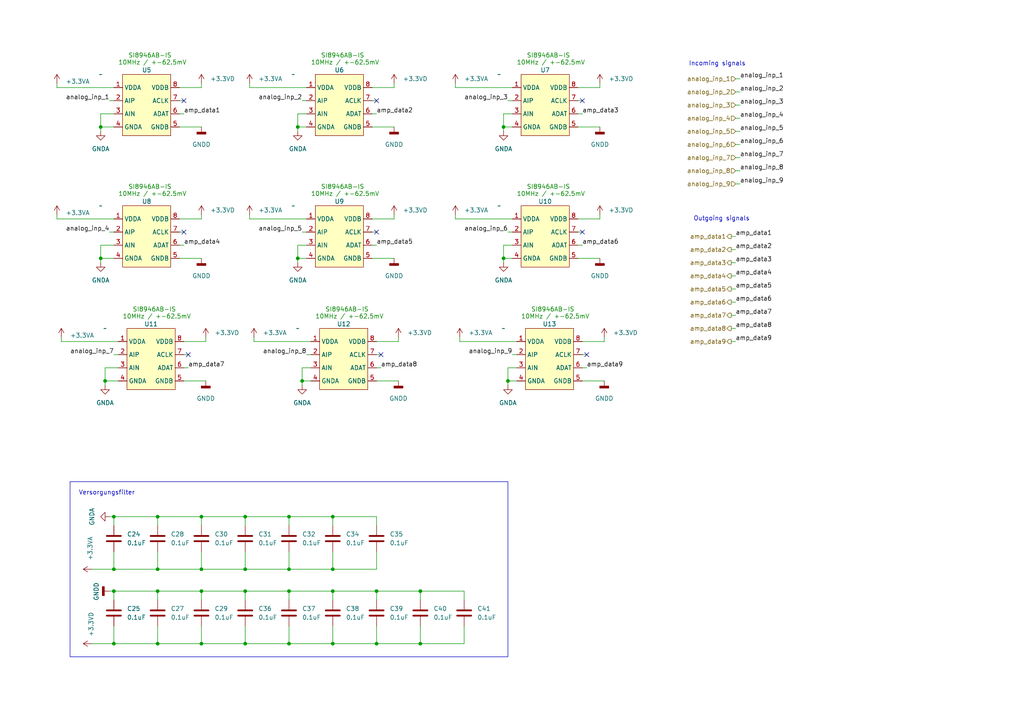
<source format=kicad_sch>
(kicad_sch (version 20231120) (generator "eeschema") (generator_version "8.0")
  (paper "A4")
  (lib_symbols
    (symbol "Device:C" (pin_numbers hide) (pin_names (offset 0.254))
      (property "Reference" "C" (at 0.635 2.54 0))
      (property "Value" "C" (at 0.635 -2.54 0))
      (symbol "C_0_1"
        (polyline (pts (xy -2.032 -0.762) (xy 2.032 -0.762)) (stroke (width 0.508)))
        (polyline (pts (xy -2.032 0.762) (xy 2.032 0.762)) (stroke (width 0.508)))
      )
      (symbol "C_1_1"
        (pin passive line (at 0 3.81 270) (length 2.794) (name "~") (number "1"))
        (pin passive line (at 0 -3.81 90) (length 2.794) (name "~") (number "2"))
      )
    )
    (symbol "Si8941:_Si8941"
      (property "Reference" "U3" (at 0.635 7.62 0))
      (property "Value" "~" (at -12.7 6.35 0))
      (symbol "_Si8941_1_1"
        (rectangle (start -6.35 6.35) (end 7.62 -11.43) (fill (type background)))
        (pin power_in line (at -8.89 2.54 0) (length 2.54) (name "VDDA") (number "1"))
        (pin input line (at -8.89 -1.27 0) (length 2.54) (name "AIP") (number "2"))
        (pin input line (at -8.89 -5.08 0) (length 2.54) (name "AIN") (number "3"))
        (pin passive line (at -8.89 -8.89 0) (length 2.54) (name "GNDA") (number "4"))
        (pin passive line (at 10.16 -8.89 180) (length 2.54) (name "GNDB") (number "5"))
        (pin output line (at 10.16 -5.08 180) (length 2.54) (name "ADAT") (number "6"))
        (pin output line (at 10.16 -1.27 180) (length 2.54) (name "ACLK") (number "7"))
        (pin power_in line (at 10.16 2.54 180) (length 2.54) (name "VDDB") (number "8"))
      )
    )
    (symbol "_Si8941_1"
      (property "Reference" "U1" (at 0.635 7.62 0))
      (property "Value" "~" (at -12.7 6.35 0))
      (symbol "_Si8941_1_1_1"
        (rectangle (start -6.35 6.35) (end 7.62 -11.43) (fill (type background)))
        (pin power_in line (at -8.89 2.54 0) (length 2.54) (name "VDDA") (number "1"))
        (pin input line (at -8.89 -1.27 0) (length 2.54) (name "AIP") (number "2"))
        (pin input line (at -8.89 -5.08 0) (length 2.54) (name "AIN") (number "3"))
        (pin passive line (at -8.89 -8.89 0) (length 2.54) (name "GNDA") (number "4"))
        (pin passive line (at 10.16 -8.89 180) (length 2.54) (name "GNDB") (number "5"))
        (pin output line (at 10.16 -5.08 180) (length 2.54) (name "ADAT") (number "6"))
        (pin output line (at 10.16 -1.27 180) (length 2.54) (name "ACLK") (number "7"))
        (pin power_in line (at 10.16 2.54 180) (length 2.54) (name "VDDB") (number "8"))
      )
    )
    (symbol "_Si8941_2"
      (property "Reference" "U2" (at 0.635 7.62 0))
      (property "Value" "~" (at -12.7 6.35 0))
      (symbol "_Si8941_2_1_1"
        (rectangle (start -6.35 6.35) (end 7.62 -11.43) (fill (type background)))
        (pin power_in line (at -8.89 2.54 0) (length 2.54) (name "VDDA") (number "1"))
        (pin input line (at -8.89 -1.27 0) (length 2.54) (name "AIP") (number "2"))
        (pin input line (at -8.89 -5.08 0) (length 2.54) (name "AIN") (number "3"))
        (pin passive line (at -8.89 -8.89 0) (length 2.54) (name "GNDA") (number "4"))
        (pin passive line (at 10.16 -8.89 180) (length 2.54) (name "GNDB") (number "5"))
        (pin output line (at 10.16 -5.08 180) (length 2.54) (name "ADAT") (number "6"))
        (pin output line (at 10.16 -1.27 180) (length 2.54) (name "ACLK") (number "7"))
        (pin power_in line (at 10.16 2.54 180) (length 2.54) (name "VDDB") (number "8"))
      )
    )
    (symbol "power:+3.3V" (power) (pin_names (offset 0))
      (property "Value" "+3.3V" (at 0 3.556 0))
      (symbol "+3.3V_0_1"
        (polyline (pts (xy -0.762 1.27) (xy 0 2.54)))
        (polyline (pts (xy 0 0) (xy 0 2.54)))
        (polyline (pts (xy 0 2.54) (xy 0.762 1.27)))
      )
      (symbol "+3.3V_1_1"
        (pin power_in line (at 0 0 90) (length 0) hide (name "+3.3V") (number "1"))
      )
    )
    (symbol "power:+3.3VA" (power) (pin_names (offset 0))
      (property "Value" "+3.3VA" (at 0 3.556 0))
      (symbol "+3.3VA_0_1"
        (polyline (pts (xy -0.762 1.27) (xy 0 2.54)))
        (polyline (pts (xy 0 0) (xy 0 2.54)))
        (polyline (pts (xy 0 2.54) (xy 0.762 1.27)))
      )
      (symbol "+3.3VA_1_1"
        (pin power_in line (at 0 0 90) (length 0) hide (name "+3.3VA") (number "1"))
      )
    )
    (symbol "power:GNDA" (power) (pin_names (offset 0))
      (property "Value" "GNDA" (at 0 -3.81 0))
      (symbol "GNDA_0_1"
        (polyline (pts (xy 0 0) (xy 0 -1.27) (xy 1.27 -1.27) (xy 0 -2.54) (xy -1.27 -1.27) (xy 0 -1.27)))
      )
      (symbol "GNDA_1_1"
        (pin power_in line (at 0 0 270) (length 0) hide (name "GNDA") (number "1"))
      )
    )
    (symbol "power:GNDD" (power) (pin_names (offset 0))
      (property "Value" "GNDD" (at 0 -3.175 0))
      (symbol "GNDD_0_1"
        (rectangle (start -1.27 -1.524) (end 1.27 -2.032) (stroke (width 0.254)) (fill (type outline)))
        (polyline (pts (xy 0 0) (xy 0 -1.524)))
      )
      (symbol "GNDD_1_1"
        (pin power_in line (at 0 0 270) (length 0) hide (name "GNDD") (number "1"))
      )
    )
  )
  (junction (at 45.72 149.86))
  (junction (at 109.22 186.69))
  (junction (at 71.12 186.69))
  (junction (at 45.72 171.45))
  (junction (at 83.82 171.45))
  (junction (at 87.63 110.49))
  (junction (at 121.92 186.69))
  (junction (at 96.52 149.86))
  (junction (at 29.21 36.83))
  (junction (at 58.42 149.86))
  (junction (at 83.82 186.69))
  (junction (at 86.36 36.83))
  (junction (at 45.72 165.1))
  (junction (at 83.82 149.86))
  (junction (at 96.52 186.69))
  (junction (at 146.05 36.83))
  (junction (at 86.36 74.93))
  (junction (at 109.22 171.45))
  (junction (at 96.52 171.45))
  (junction (at 33.02 149.86))
  (junction (at 96.52 165.1))
  (junction (at 147.32 110.49))
  (junction (at 33.02 171.45))
  (junction (at 33.02 186.69))
  (junction (at 121.92 171.45))
  (junction (at 58.42 165.1))
  (junction (at 146.05 74.93))
  (junction (at 33.02 165.1))
  (junction (at 29.21 74.93))
  (junction (at 58.42 171.45))
  (junction (at 45.72 186.69))
  (junction (at 71.12 171.45))
  (junction (at 58.42 186.69))
  (junction (at 71.12 149.86))
  (junction (at 30.48 110.49))
  (junction (at 83.82 165.1))
  (junction (at 71.12 165.1))
  (no_connect (at 109.22 67.31))
  (no_connect (at 53.34 67.31))
  (no_connect (at 170.18 102.87))
  (no_connect (at 168.91 29.21))
  (no_connect (at 54.61 102.87))
  (no_connect (at 109.22 29.21))
  (no_connect (at 53.34 29.21))
  (no_connect (at 168.91 67.31))
  (no_connect (at 110.49 102.87))
  (wire (pts (xy 213.36 45.72) (xy 214.63 45.72)))
  (wire (pts (xy 71.12 149.86) (xy 83.82 149.86)))
  (wire (pts (xy 33.02 149.86) (xy 33.02 152.4)))
  (wire (pts (xy 58.42 149.86) (xy 58.42 152.4)))
  (wire (pts (xy 107.95 25.4) (xy 114.3 25.4)))
  (wire (pts (xy 213.36 41.91) (xy 214.63 41.91)))
  (wire (pts (xy 72.39 62.23) (xy 72.39 63.5)))
  (wire (pts (xy 109.22 186.69) (xy 109.22 181.61)))
  (wire (pts (xy 96.52 186.69) (xy 109.22 186.69)))
  (wire (pts (xy 83.82 149.86) (xy 96.52 149.86)))
  (wire (pts (xy 86.36 36.83) (xy 86.36 38.1)))
  (wire (pts (xy 16.51 63.5) (xy 33.02 63.5)))
  (wire (pts (xy 45.72 165.1) (xy 45.72 160.02)))
  (wire (pts (xy 29.21 36.83) (xy 29.21 38.1)))
  (wire (pts (xy 83.82 186.69) (xy 96.52 186.69)))
  (wire (pts (xy 109.22 186.69) (xy 121.92 186.69)))
  (wire (pts (xy 16.51 62.23) (xy 16.51 63.5)))
  (wire (pts (xy 212.09 68.58) (xy 213.36 68.58)))
  (wire (pts (xy 45.72 186.69) (xy 58.42 186.69)))
  (wire (pts (xy 148.59 71.12) (xy 146.05 71.12)))
  (wire (pts (xy 83.82 171.45) (xy 96.52 171.45)))
  (wire (pts (xy 58.42 149.86) (xy 71.12 149.86)))
  (wire (pts (xy 109.22 171.45) (xy 109.22 173.99)))
  (wire (pts (xy 167.64 33.02) (xy 168.91 33.02)))
  (wire (pts (xy 71.12 171.45) (xy 71.12 173.99)))
  (wire (pts (xy 88.9 71.12) (xy 86.36 71.12)))
  (wire (pts (xy 52.07 36.83) (xy 58.42 36.83)))
  (wire (pts (xy 86.36 74.93) (xy 86.36 76.2)))
  (wire (pts (xy 167.64 36.83) (xy 173.99 36.83)))
  (wire (pts (xy 149.86 106.68) (xy 147.32 106.68)))
  (wire (pts (xy 146.05 33.02) (xy 146.05 36.83)))
  (wire (pts (xy 58.42 171.45) (xy 71.12 171.45)))
  (wire (pts (xy 45.72 171.45) (xy 45.72 173.99)))
  (wire (pts (xy 30.48 106.68) (xy 30.48 110.49)))
  (wire (pts (xy 58.42 186.69) (xy 71.12 186.69)))
  (wire (pts (xy 148.59 102.87) (xy 149.86 102.87)))
  (wire (pts (xy 30.48 110.49) (xy 34.29 110.49)))
  (wire (pts (xy 16.51 24.13) (xy 16.51 25.4)))
  (wire (pts (xy 88.9 102.87) (xy 90.17 102.87)))
  (wire (pts (xy 53.34 110.49) (xy 59.69 110.49)))
  (wire (pts (xy 107.95 36.83) (xy 114.3 36.83)))
  (wire (pts (xy 73.66 99.06) (xy 90.17 99.06)))
  (wire (pts (xy 132.08 24.13) (xy 132.08 25.4)))
  (wire (pts (xy 109.22 106.68) (xy 110.49 106.68)))
  (wire (pts (xy 168.91 102.87) (xy 170.18 102.87)))
  (wire (pts (xy 72.39 24.13) (xy 72.39 25.4)))
  (wire (pts (xy 52.07 67.31) (xy 53.34 67.31)))
  (wire (pts (xy 33.02 102.87) (xy 34.29 102.87)))
  (wire (pts (xy 87.63 110.49) (xy 87.63 111.76)))
  (wire (pts (xy 83.82 165.1) (xy 96.52 165.1)))
  (wire (pts (xy 86.36 36.83) (xy 88.9 36.83)))
  (wire (pts (xy 86.36 74.93) (xy 88.9 74.93)))
  (wire (pts (xy 114.3 62.23) (xy 114.3 63.5)))
  (wire (pts (xy 30.48 110.49) (xy 30.48 111.76)))
  (wire (pts (xy 52.07 25.4) (xy 58.42 25.4)))
  (wire (pts (xy 96.52 171.45) (xy 109.22 171.45)))
  (wire (pts (xy 87.63 106.68) (xy 87.63 110.49)))
  (wire (pts (xy 96.52 165.1) (xy 96.52 160.02)))
  (wire (pts (xy 83.82 165.1) (xy 83.82 160.02)))
  (wire (pts (xy 213.36 34.29) (xy 214.63 34.29)))
  (wire (pts (xy 33.02 71.12) (xy 29.21 71.12)))
  (wire (pts (xy 53.34 106.68) (xy 54.61 106.68)))
  (wire (pts (xy 53.34 102.87) (xy 54.61 102.87)))
  (wire (pts (xy 26.67 186.69) (xy 33.02 186.69)))
  (wire (pts (xy 213.36 26.67) (xy 214.63 26.67)))
  (wire (pts (xy 52.07 71.12) (xy 53.34 71.12)))
  (wire (pts (xy 132.08 62.23) (xy 132.08 63.5)))
  (wire (pts (xy 96.52 149.86) (xy 96.52 152.4)))
  (wire (pts (xy 109.22 165.1) (xy 109.22 160.02)))
  (wire (pts (xy 114.3 24.13) (xy 114.3 25.4)))
  (wire (pts (xy 107.95 33.02) (xy 109.22 33.02)))
  (wire (pts (xy 147.32 110.49) (xy 149.86 110.49)))
  (wire (pts (xy 33.02 149.86) (xy 31.75 149.86)))
  (wire (pts (xy 121.92 186.69) (xy 134.62 186.69)))
  (wire (pts (xy 17.78 99.06) (xy 34.29 99.06)))
  (wire (pts (xy 45.72 149.86) (xy 58.42 149.86)))
  (wire (pts (xy 168.91 99.06) (xy 175.26 99.06)))
  (wire (pts (xy 45.72 165.1) (xy 58.42 165.1)))
  (wire (pts (xy 45.72 186.69) (xy 45.72 181.61)))
  (wire (pts (xy 175.26 97.79) (xy 175.26 99.06)))
  (wire (pts (xy 58.42 165.1) (xy 58.42 160.02)))
  (wire (pts (xy 17.78 97.79) (xy 17.78 99.06)))
  (wire (pts (xy 173.99 24.13) (xy 173.99 25.4)))
  (wire (pts (xy 96.52 171.45) (xy 96.52 173.99)))
  (wire (pts (xy 33.02 171.45) (xy 33.02 173.99)))
  (wire (pts (xy 83.82 149.86) (xy 83.82 152.4)))
  (wire (pts (xy 33.02 171.45) (xy 31.75 171.45)))
  (wire (pts (xy 173.99 62.23) (xy 173.99 63.5)))
  (wire (pts (xy 33.02 165.1) (xy 45.72 165.1)))
  (wire (pts (xy 52.07 33.02) (xy 53.34 33.02)))
  (wire (pts (xy 33.02 171.45) (xy 45.72 171.45)))
  (wire (pts (xy 132.08 25.4) (xy 148.59 25.4)))
  (wire (pts (xy 107.95 71.12) (xy 109.22 71.12)))
  (wire (pts (xy 212.09 91.44) (xy 213.36 91.44)))
  (wire (pts (xy 213.36 49.53) (xy 214.63 49.53)))
  (wire (pts (xy 133.35 99.06) (xy 149.86 99.06)))
  (wire (pts (xy 121.92 171.45) (xy 134.62 171.45)))
  (wire (pts (xy 72.39 63.5) (xy 88.9 63.5)))
  (wire (pts (xy 148.59 33.02) (xy 146.05 33.02)))
  (wire (pts (xy 33.02 149.86) (xy 45.72 149.86)))
  (wire (pts (xy 29.21 74.93) (xy 29.21 76.2)))
  (wire (pts (xy 87.63 29.21) (xy 88.9 29.21)))
  (wire (pts (xy 45.72 149.86) (xy 45.72 152.4)))
  (wire (pts (xy 71.12 165.1) (xy 83.82 165.1)))
  (wire (pts (xy 167.64 74.93) (xy 173.99 74.93)))
  (wire (pts (xy 52.07 74.93) (xy 58.42 74.93)))
  (wire (pts (xy 147.32 110.49) (xy 147.32 111.76)))
  (wire (pts (xy 33.02 33.02) (xy 29.21 33.02)))
  (wire (pts (xy 212.09 83.82) (xy 213.36 83.82)))
  (wire (pts (xy 213.36 53.34) (xy 214.63 53.34)))
  (wire (pts (xy 71.12 165.1) (xy 71.12 160.02)))
  (wire (pts (xy 121.92 186.69) (xy 121.92 181.61)))
  (wire (pts (xy 146.05 71.12) (xy 146.05 74.93)))
  (wire (pts (xy 72.39 25.4) (xy 88.9 25.4)))
  (wire (pts (xy 88.9 33.02) (xy 86.36 33.02)))
  (wire (pts (xy 58.42 186.69) (xy 58.42 181.61)))
  (wire (pts (xy 167.64 25.4) (xy 173.99 25.4)))
  (wire (pts (xy 96.52 149.86) (xy 109.22 149.86)))
  (wire (pts (xy 167.64 29.21) (xy 168.91 29.21)))
  (wire (pts (xy 212.09 95.25) (xy 213.36 95.25)))
  (wire (pts (xy 147.32 106.68) (xy 147.32 110.49)))
  (wire (pts (xy 147.32 67.31) (xy 148.59 67.31)))
  (wire (pts (xy 212.09 99.06) (xy 213.36 99.06)))
  (wire (pts (xy 26.67 165.1) (xy 33.02 165.1)))
  (wire (pts (xy 146.05 36.83) (xy 148.59 36.83)))
  (wire (pts (xy 134.62 186.69) (xy 134.62 181.61)))
  (wire (pts (xy 83.82 186.69) (xy 83.82 181.61)))
  (wire (pts (xy 87.63 110.49) (xy 90.17 110.49)))
  (wire (pts (xy 107.95 74.93) (xy 114.3 74.93)))
  (wire (pts (xy 146.05 74.93) (xy 148.59 74.93)))
  (wire (pts (xy 31.75 67.31) (xy 33.02 67.31)))
  (wire (pts (xy 45.72 171.45) (xy 58.42 171.45)))
  (wire (pts (xy 31.75 29.21) (xy 33.02 29.21)))
  (wire (pts (xy 53.34 99.06) (xy 59.69 99.06)))
  (wire (pts (xy 86.36 33.02) (xy 86.36 36.83)))
  (wire (pts (xy 146.05 36.83) (xy 146.05 38.1)))
  (wire (pts (xy 167.64 71.12) (xy 168.91 71.12)))
  (wire (pts (xy 87.63 67.31) (xy 88.9 67.31)))
  (wire (pts (xy 33.02 165.1) (xy 33.02 160.02)))
  (wire (pts (xy 115.57 97.79) (xy 115.57 99.06)))
  (wire (pts (xy 167.64 67.31) (xy 168.91 67.31)))
  (wire (pts (xy 33.02 186.69) (xy 45.72 186.69)))
  (wire (pts (xy 29.21 36.83) (xy 33.02 36.83)))
  (wire (pts (xy 83.82 171.45) (xy 83.82 173.99)))
  (wire (pts (xy 16.51 25.4) (xy 33.02 25.4)))
  (wire (pts (xy 121.92 171.45) (xy 121.92 173.99)))
  (wire (pts (xy 109.22 149.86) (xy 109.22 152.4)))
  (wire (pts (xy 109.22 102.87) (xy 110.49 102.87)))
  (wire (pts (xy 34.29 106.68) (xy 30.48 106.68)))
  (wire (pts (xy 29.21 71.12) (xy 29.21 74.93)))
  (wire (pts (xy 96.52 186.69) (xy 96.52 181.61)))
  (wire (pts (xy 86.36 71.12) (xy 86.36 74.93)))
  (wire (pts (xy 132.08 63.5) (xy 148.59 63.5)))
  (wire (pts (xy 146.05 74.93) (xy 146.05 76.2)))
  (wire (pts (xy 147.32 29.21) (xy 148.59 29.21)))
  (wire (pts (xy 29.21 33.02) (xy 29.21 36.83)))
  (wire (pts (xy 168.91 110.49) (xy 175.26 110.49)))
  (wire (pts (xy 212.09 72.39) (xy 213.36 72.39)))
  (wire (pts (xy 73.66 97.79) (xy 73.66 99.06)))
  (wire (pts (xy 52.07 29.21) (xy 53.34 29.21)))
  (wire (pts (xy 134.62 171.45) (xy 134.62 173.99)))
  (wire (pts (xy 213.36 22.86) (xy 214.63 22.86)))
  (wire (pts (xy 168.91 106.68) (xy 170.18 106.68)))
  (wire (pts (xy 109.22 110.49) (xy 115.57 110.49)))
  (wire (pts (xy 58.42 165.1) (xy 71.12 165.1)))
  (wire (pts (xy 71.12 186.69) (xy 83.82 186.69)))
  (wire (pts (xy 167.64 63.5) (xy 173.99 63.5)))
  (wire (pts (xy 90.17 106.68) (xy 87.63 106.68)))
  (wire (pts (xy 33.02 186.69) (xy 33.02 181.61)))
  (wire (pts (xy 212.09 80.01) (xy 213.36 80.01)))
  (wire (pts (xy 109.22 171.45) (xy 121.92 171.45)))
  (wire (pts (xy 58.42 171.45) (xy 58.42 173.99)))
  (wire (pts (xy 212.09 76.2) (xy 213.36 76.2)))
  (wire (pts (xy 71.12 171.45) (xy 83.82 171.45)))
  (wire (pts (xy 133.35 97.79) (xy 133.35 99.06)))
  (wire (pts (xy 58.42 24.13) (xy 58.42 25.4)))
  (wire (pts (xy 52.07 63.5) (xy 58.42 63.5)))
  (wire (pts (xy 107.95 63.5) (xy 114.3 63.5)))
  (wire (pts (xy 96.52 165.1) (xy 109.22 165.1)))
  (wire (pts (xy 213.36 38.1) (xy 214.63 38.1)))
  (wire (pts (xy 58.42 62.23) (xy 58.42 63.5)))
  (wire (pts (xy 107.95 29.21) (xy 109.22 29.21)))
  (wire (pts (xy 109.22 99.06) (xy 115.57 99.06)))
  (wire (pts (xy 212.09 87.63) (xy 213.36 87.63)))
  (wire (pts (xy 107.95 67.31) (xy 109.22 67.31)))
  (wire (pts (xy 71.12 149.86) (xy 71.12 152.4)))
  (wire (pts (xy 29.21 74.93) (xy 33.02 74.93)))
  (wire (pts (xy 213.36 30.48) (xy 214.63 30.48)))
  (wire (pts (xy 71.12 186.69) (xy 71.12 181.61)))
  (wire (pts (xy 59.69 97.79) (xy 59.69 99.06)))
  (rectangle (start 20.32 139.7) (end 147.32 190.5))
  (text "Incoming signals" (at 208.026 18.542 0) (effects (font (size 1.27 1.27))))
  (text "   SI8946AB-IS\n10MHz / +-62.5mV" (at 90.17 19.05 0) (effects (font (size 1.27 1.27)) (justify left bottom)))
  (text "   SI8946AB-IS\n10MHz / +-62.5mV" (at 90.17 57.15 0) (effects (font (size 1.27 1.27)) (justify left bottom)))
  (text "   SI8946AB-IS\n10MHz / +-62.5mV" (at 149.86 19.05 0) (effects (font (size 1.27 1.27)) (justify left bottom)))
  (text "   SI8946AB-IS\n10MHz / +-62.5mV" (at 35.56 92.71 0) (effects (font (size 1.27 1.27)) (justify left bottom)))
  (text "Versorgungsfilter" (at 30.988 143.002 0) (effects (font (size 1.27 1.27))))
  (text "Outgoing signals\n" (at 209.296 63.5 0) (effects (font (size 1.27 1.27))))
  (text "   SI8946AB-IS\n10MHz / +-62.5mV" (at 91.44 92.71 0) (effects (font (size 1.27 1.27)) (justify left bottom)))
  (text "   SI8946AB-IS\n10MHz / +-62.5mV" (at 34.29 19.05 0) (effects (font (size 1.27 1.27)) (justify left bottom)))
  (text "   SI8946AB-IS\n10MHz / +-62.5mV" (at 151.13 92.71 0) (effects (font (size 1.27 1.27)) (justify left bottom)))
  (text "   SI8946AB-IS\n10MHz / +-62.5mV" (at 34.29 57.15 0) (effects (font (size 1.27 1.27)) (justify left bottom)))
  (text "   SI8946AB-IS\n10MHz / +-62.5mV" (at 149.86 57.15 0) (effects (font (size 1.27 1.27)) (justify left bottom)))
  (label "analog_inp_5" (at 87.63 67.31 180))
  (label "analog_inp_4" (at 31.75 67.31 180))
  (label "amp_data1" (at 213.36 68.58 0))
  (label "amp_data4" (at 213.36 80.01 0))
  (label "analog_inp_3" (at 147.32 29.21 180))
  (label "analog_inp_2" (at 87.63 29.21 180))
  (label "amp_data4" (at 53.34 71.12 0))
  (label "amp_data3" (at 168.91 33.02 0))
  (label "amp_data7" (at 54.61 106.68 0))
  (label "amp_data9" (at 213.36 99.06 0))
  (label "amp_data5" (at 109.22 71.12 0))
  (label "amp_data1" (at 53.34 33.02 0))
  (label "amp_data8" (at 213.36 95.25 0))
  (label "amp_data2" (at 213.36 72.39 0))
  (label "analog_inp_3" (at 214.63 30.48 0))
  (label "analog_inp_7" (at 214.63 45.72 0))
  (label "amp_data7" (at 213.36 91.44 0))
  (label "analog_inp_5" (at 214.63 38.1 0))
  (label "analog_inp_9" (at 214.63 53.34 0))
  (label "amp_data2" (at 109.22 33.02 0))
  (label "analog_inp_1" (at 31.75 29.21 180))
  (label "analog_inp_1" (at 214.63 22.86 0))
  (label "analog_inp_2" (at 214.63 26.67 0))
  (label "amp_data9" (at 170.18 106.68 0))
  (label "analog_inp_9" (at 148.59 102.87 180))
  (label "amp_data6" (at 213.36 87.63 0))
  (label "amp_data8" (at 110.49 106.68 0))
  (label "amp_data6" (at 168.91 71.12 0))
  (label "analog_inp_6" (at 147.32 67.31 180))
  (label "analog_inp_4" (at 214.63 34.29 0))
  (label "analog_inp_7" (at 33.02 102.87 180))
  (label "analog_inp_6" (at 214.63 41.91 0))
  (label "amp_data3" (at 213.36 76.2 0))
  (label "analog_inp_8" (at 88.9 102.87 180))
  (label "analog_inp_8" (at 214.63 49.53 0))
  (label "amp_data5" (at 213.36 83.82 0))
  (hierarchical_label "amp_data3" (shape output) (at 212.09 76.2 180))
  (hierarchical_label "analog_inp_3" (shape input) (at 213.36 30.48 180))
  (hierarchical_label "amp_data4" (shape output) (at 212.09 80.01 180))
  (hierarchical_label "analog_inp_4" (shape input) (at 213.36 34.29 180))
  (hierarchical_label "amp_data7" (shape output) (at 212.09 91.44 180))
  (hierarchical_label "amp_data1" (shape output) (at 212.09 68.58 180))
  (hierarchical_label "amp_data5" (shape output) (at 212.09 83.82 180))
  (hierarchical_label "amp_data8" (shape output) (at 212.09 95.25 180))
  (hierarchical_label "analog_inp_6" (shape input) (at 213.36 41.91 180))
  (hierarchical_label "analog_inp_8" (shape input) (at 213.36 49.53 180))
  (hierarchical_label "analog_inp_9" (shape input) (at 213.36 53.34 180))
  (hierarchical_label "amp_data9" (shape output) (at 212.09 99.06 180))
  (hierarchical_label "amp_data2" (shape output) (at 212.09 72.39 180))
  (hierarchical_label "analog_inp_7" (shape input) (at 213.36 45.72 180))
  (hierarchical_label "amp_data6" (shape output) (at 212.09 87.63 180))
  (hierarchical_label "analog_inp_2" (shape input) (at 213.36 26.67 180))
  (hierarchical_label "analog_inp_1" (shape input) (at 213.36 22.86 180))
  (hierarchical_label "analog_inp_5" (shape input) (at 213.36 38.1 180))
  (symbol (lib_id "power:GNDA") (at 146.05 76.2 0) (unit 1)
    (property "Reference" "#PWR077" (effects (hide yes)))
    (property "Value" "GNDA" (at 146.05 81.28 0))
  )
  (symbol (lib_id "power:+3.3V") (at 175.26 97.79 0) (unit 1)
    (property "Reference" "#PWR090" (effects (hide yes)))
    (property "Value" "+3.3VD" (at 177.8 96.5199 0) (effects (justify left)))
  )
  (symbol (lib_id "power:GNDA") (at 146.05 38.1 0) (unit 1)
    (property "Reference" "#PWR065" (effects (hide yes)))
    (property "Value" "GNDA" (at 146.05 43.18 0))
  )
  (symbol (lib_id "power:+3.3VA") (at 132.08 24.13 0) (unit 1)
    (property "Reference" "#PWR064" (effects (hide yes)))
    (property "Value" "+3.3VA" (at 134.62 22.8599 0) (effects (justify left)))
  )
  (symbol (lib_id "Si8941:_Si8941") (at 158.75 101.6 0) (unit 1)
    (property "Reference" "U13" (at 159.385 93.98 0))
    (property "Value" "~" (at 146.05 95.25 0))
    (property "Footprint" "Package_SO:SOP-8_3.9x4.9mm_P1.27mm" (effects (hide yes)))
  )
  (symbol (lib_name "_Si8941_2") (lib_id "Si8941:_Si8941") (at 97.79 27.94 0) (unit 1)
    (property "Reference" "U6" (at 98.425 20.32 0))
    (property "Value" "~" (at 85.09 21.59 0))
    (property "Footprint" "Package_SO:SOP-8_3.9x4.9mm_P1.27mm" (effects (hide yes)))
  )
  (symbol (lib_id "power:+3.3V") (at 173.99 62.23 0) (unit 1)
    (property "Reference" "#PWR078" (effects (hide yes)))
    (property "Value" "+3.3VD" (at 176.53 60.9599 0) (effects (justify left)))
  )
  (symbol (lib_id "power:+3.3VA") (at 16.51 24.13 0) (unit 1)
    (property "Reference" "#PWR056" (effects (hide yes)))
    (property "Value" "+3.3VA" (at 19.05 23.622 0) (effects (justify left)))
  )
  (symbol (lib_id "power:GNDA") (at 87.63 111.76 0) (unit 1)
    (property "Reference" "#PWR085" (effects (hide yes)))
    (property "Value" "GNDA" (at 87.63 116.84 0))
  )
  (symbol (lib_name "_Si8941_2") (lib_id "Si8941:_Si8941") (at 97.79 66.04 0) (unit 1)
    (property "Reference" "U9" (at 98.425 58.42 0))
    (property "Value" "~" (at 85.09 59.69 0))
    (property "Footprint" "Package_SO:SOP-8_3.9x4.9mm_P1.27mm" (effects (hide yes)))
  )
  (symbol (lib_id "Device:C") (at 33.02 156.21 0) (unit 1)
    (property "Reference" "C24" (at 36.83 154.9399 0) (effects (justify left)))
    (property "Value" "0.1uF" (at 36.83 157.4799 0) (effects (justify left)))
    (property "Footprint" "Capacitor_SMD:C_0603_1608Metric_Pad1.08x0.95mm_HandSolder" (effects (hide yes)))
    (property "Description" "Unpolarized capacitor" (effects (hide yes)))
  )
  (symbol (lib_id "power:GNDA") (at 29.21 38.1 0) (unit 1)
    (property "Reference" "#PWR057" (effects (hide yes)))
    (property "Value" "GNDA" (at 29.21 43.18 0))
  )
  (symbol (lib_id "power:+3.3V") (at 114.3 62.23 0) (unit 1)
    (property "Reference" "#PWR074" (effects (hide yes)))
    (property "Value" "+3.3VD" (at 116.84 60.9599 0) (effects (justify left)))
  )
  (symbol (lib_name "_Si8941_2") (lib_id "Si8941:_Si8941") (at 99.06 101.6 0) (unit 1)
    (property "Reference" "U12" (at 99.695 93.98 0))
    (property "Value" "~" (at 86.36 95.25 0))
    (property "Footprint" "Package_SO:SOP-8_3.9x4.9mm_P1.27mm" (effects (hide yes)))
  )
  (symbol (lib_id "power:GNDD") (at 115.57 110.49 0) (unit 1)
    (property "Reference" "#PWR087" (effects (hide yes)))
    (property "Value" "GNDD" (at 115.57 115.57 0))
  )
  (symbol (lib_id "Device:C") (at 121.92 177.8 0) (unit 1)
    (property "Reference" "C40" (at 125.73 176.5299 0) (effects (justify left)))
    (property "Value" "0.1uF" (at 125.73 179.0699 0) (effects (justify left)))
    (property "Footprint" "Capacitor_SMD:C_0603_1608Metric_Pad1.08x0.95mm_HandSolder" (effects (hide yes)))
    (property "Description" "Unpolarized capacitor" (effects (hide yes)))
  )
  (symbol (lib_id "power:+3.3V") (at 173.99 24.13 0) (unit 1)
    (property "Reference" "#PWR066" (effects (hide yes)))
    (property "Value" "+3.3VD" (at 176.53 22.8599 0) (effects (justify left)))
  )
  (symbol (lib_id "Si8941:_Si8941") (at 157.48 27.94 0) (unit 1)
    (property "Reference" "U7" (at 158.115 20.32 0))
    (property "Value" "~" (at 144.78 21.59 0))
    (property "Footprint" "Package_SO:SOP-8_3.9x4.9mm_P1.27mm" (effects (hide yes)))
  )
  (symbol (lib_id "power:GNDD") (at 173.99 74.93 0) (unit 1)
    (property "Reference" "#PWR079" (effects (hide yes)))
    (property "Value" "GNDD" (at 173.99 80.01 0))
  )
  (symbol (lib_id "power:GNDA") (at 31.75 149.86 270) (unit 1)
    (property "Reference" "#PWR094" (effects (hide yes)))
    (property "Value" "GNDA" (at 26.67 149.86 0))
  )
  (symbol (lib_id "power:GNDA") (at 86.36 38.1 0) (unit 1)
    (property "Reference" "#PWR061" (effects (hide yes)))
    (property "Value" "GNDA" (at 86.36 43.18 0))
  )
  (symbol (lib_id "Si8941:_Si8941") (at 157.48 66.04 0) (unit 1)
    (property "Reference" "U10" (at 158.115 58.42 0))
    (property "Value" "~" (at 144.78 59.69 0))
    (property "Footprint" "Package_SO:SOP-8_3.9x4.9mm_P1.27mm" (effects (hide yes)))
  )
  (symbol (lib_id "Device:C") (at 33.02 177.8 0) (unit 1)
    (property "Reference" "C25" (at 36.83 176.5299 0) (effects (justify left)))
    (property "Value" "0.1uF" (at 36.83 179.0699 0) (effects (justify left)))
    (property "Footprint" "Capacitor_SMD:C_0603_1608Metric_Pad1.08x0.95mm_HandSolder" (effects (hide yes)))
    (property "Description" "Unpolarized capacitor" (effects (hide yes)))
  )
  (symbol (lib_id "power:+3.3V") (at 115.57 97.79 0) (unit 1)
    (property "Reference" "#PWR086" (effects (hide yes)))
    (property "Value" "+3.3VD" (at 118.11 96.5199 0) (effects (justify left)))
  )
  (symbol (lib_id "power:+3.3VA") (at 26.67 165.1 90) (unit 1)
    (property "Reference" "#PWR092" (effects (hide yes)))
    (property "Value" "+3.3VA" (at 26.162 162.56 0) (effects (justify left)))
  )
  (symbol (lib_name "_Si8941_1") (lib_id "Si8941:_Si8941") (at 41.91 27.94 0) (unit 1)
    (property "Reference" "U5" (at 42.545 20.32 0))
    (property "Value" "~" (at 29.21 21.59 0))
    (property "Footprint" "Package_SO:SOP-8_3.9x4.9mm_P1.27mm" (effects (hide yes)))
  )
  (symbol (lib_id "Device:C") (at 71.12 156.21 0) (unit 1)
    (property "Reference" "C31" (at 74.93 154.9399 0) (effects (justify left)))
    (property "Value" "0.1uF" (at 74.93 157.4799 0) (effects (justify left)))
    (property "Footprint" "Capacitor_SMD:C_0603_1608Metric_Pad1.08x0.95mm_HandSolder" (effects (hide yes)))
    (property "Description" "Unpolarized capacitor" (effects (hide yes)))
  )
  (symbol (lib_id "power:GNDD") (at 58.42 36.83 0) (unit 1)
    (property "Reference" "#PWR059" (effects (hide yes)))
    (property "Value" "GNDD" (at 58.42 41.91 0))
  )
  (symbol (lib_id "power:+3.3VA") (at 16.51 62.23 0) (unit 1)
    (property "Reference" "#PWR068" (effects (hide yes)))
    (property "Value" "+3.3VA" (at 19.05 61.722 0) (effects (justify left)))
  )
  (symbol (lib_id "power:+3.3V") (at 58.42 24.13 0) (unit 1)
    (property "Reference" "#PWR058" (effects (hide yes)))
    (property "Value" "+3.3VD" (at 60.96 22.8599 0) (effects (justify left)))
  )
  (symbol (lib_id "power:GNDA") (at 147.32 111.76 0) (unit 1)
    (property "Reference" "#PWR089" (effects (hide yes)))
    (property "Value" "GNDA" (at 147.32 116.84 0))
  )
  (symbol (lib_id "power:GNDD") (at 175.26 110.49 0) (unit 1)
    (property "Reference" "#PWR091" (effects (hide yes)))
    (property "Value" "GNDD" (at 175.26 115.57 0))
  )
  (symbol (lib_id "power:GNDA") (at 29.21 76.2 0) (unit 1)
    (property "Reference" "#PWR069" (effects (hide yes)))
    (property "Value" "GNDA" (at 29.21 81.28 0))
  )
  (symbol (lib_id "Device:C") (at 96.52 156.21 0) (unit 1)
    (property "Reference" "C34" (at 100.33 154.9399 0) (effects (justify left)))
    (property "Value" "0.1uF" (at 100.33 157.4799 0) (effects (justify left)))
    (property "Footprint" "Capacitor_SMD:C_0603_1608Metric_Pad1.08x0.95mm_HandSolder" (effects (hide yes)))
    (property "Description" "Unpolarized capacitor" (effects (hide yes)))
  )
  (symbol (lib_id "power:GNDD") (at 173.99 36.83 0) (unit 1)
    (property "Reference" "#PWR067" (effects (hide yes)))
    (property "Value" "GNDD" (at 173.99 41.91 0))
  )
  (symbol (lib_id "power:+3.3VA") (at 17.78 97.79 0) (unit 1)
    (property "Reference" "#PWR080" (effects (hide yes)))
    (property "Value" "+3.3VA" (at 20.32 97.282 0) (effects (justify left)))
  )
  (symbol (lib_id "power:+3.3VA") (at 73.66 97.79 0) (unit 1)
    (property "Reference" "#PWR084" (effects (hide yes)))
    (property "Value" "+3.3VA" (at 76.2 96.5199 0) (effects (justify left)))
  )
  (symbol (lib_id "power:GNDA") (at 86.36 76.2 0) (unit 1)
    (property "Reference" "#PWR073" (effects (hide yes)))
    (property "Value" "GNDA" (at 86.36 81.28 0))
  )
  (symbol (lib_id "power:+3.3V") (at 114.3 24.13 0) (unit 1)
    (property "Reference" "#PWR062" (effects (hide yes)))
    (property "Value" "+3.3VD" (at 116.84 22.8599 0) (effects (justify left)))
  )
  (symbol (lib_id "Device:C") (at 45.72 156.21 0) (unit 1)
    (property "Reference" "C28" (at 49.53 154.9399 0) (effects (justify left)))
    (property "Value" "0.1uF" (at 49.53 157.4799 0) (effects (justify left)))
    (property "Footprint" "Capacitor_SMD:C_0603_1608Metric_Pad1.08x0.95mm_HandSolder" (effects (hide yes)))
    (property "Description" "Unpolarized capacitor" (effects (hide yes)))
  )
  (symbol (lib_id "Device:C") (at 45.72 177.8 0) (unit 1)
    (property "Reference" "C27" (at 49.53 176.5299 0) (effects (justify left)))
    (property "Value" "0.1uF" (at 49.53 179.0699 0) (effects (justify left)))
    (property "Footprint" "Capacitor_SMD:C_0603_1608Metric_Pad1.08x0.95mm_HandSolder" (effects (hide yes)))
    (property "Description" "Unpolarized capacitor" (effects (hide yes)))
  )
  (symbol (lib_id "power:GNDD") (at 114.3 36.83 0) (unit 1)
    (property "Reference" "#PWR063" (effects (hide yes)))
    (property "Value" "GNDD" (at 114.3 41.91 0))
  )
  (symbol (lib_id "Device:C") (at 83.82 177.8 0) (unit 1)
    (property "Reference" "C37" (at 87.63 176.5299 0) (effects (justify left)))
    (property "Value" "0.1uF" (at 87.63 179.0699 0) (effects (justify left)))
    (property "Footprint" "Capacitor_SMD:C_0603_1608Metric_Pad1.08x0.95mm_HandSolder" (effects (hide yes)))
    (property "Description" "Unpolarized capacitor" (effects (hide yes)))
  )
  (symbol (lib_id "power:GNDD") (at 31.75 171.45 270) (unit 1)
    (property "Reference" "#PWR095" (effects (hide yes)))
    (property "Value" "GNDD" (at 27.94 174.244 0) (effects (justify right)))
  )
  (symbol (lib_id "power:+3.3VA") (at 72.39 24.13 0) (unit 1)
    (property "Reference" "#PWR060" (effects (hide yes)))
    (property "Value" "+3.3VA" (at 74.93 22.8599 0) (effects (justify left)))
  )
  (symbol (lib_id "power:GNDD") (at 59.69 110.49 0) (unit 1)
    (property "Reference" "#PWR083" (effects (hide yes)))
    (property "Value" "GNDD" (at 59.69 115.57 0))
  )
  (symbol (lib_id "Device:C") (at 71.12 177.8 0) (unit 1)
    (property "Reference" "C36" (at 74.93 176.5299 0) (effects (justify left)))
    (property "Value" "0.1uF" (at 74.93 179.0699 0) (effects (justify left)))
    (property "Footprint" "Capacitor_SMD:C_0603_1608Metric_Pad1.08x0.95mm_HandSolder" (effects (hide yes)))
    (property "Description" "Unpolarized capacitor" (effects (hide yes)))
  )
  (symbol (lib_id "Device:C") (at 58.42 177.8 0) (unit 1)
    (property "Reference" "C29" (at 62.23 176.5299 0) (effects (justify left)))
    (property "Value" "0.1uF" (at 62.23 179.0699 0) (effects (justify left)))
    (property "Footprint" "Capacitor_SMD:C_0603_1608Metric_Pad1.08x0.95mm_HandSolder" (effects (hide yes)))
    (property "Description" "Unpolarized capacitor" (effects (hide yes)))
  )
  (symbol (lib_id "Device:C") (at 83.82 156.21 0) (unit 1)
    (property "Reference" "C32" (at 87.63 154.9399 0) (effects (justify left)))
    (property "Value" "0.1uF" (at 87.63 157.4799 0) (effects (justify left)))
    (property "Footprint" "Capacitor_SMD:C_0603_1608Metric_Pad1.08x0.95mm_HandSolder" (effects (hide yes)))
    (property "Description" "Unpolarized capacitor" (effects (hide yes)))
  )
  (symbol (lib_id "Device:C") (at 109.22 177.8 0) (unit 1)
    (property "Reference" "C39" (at 113.03 176.5299 0) (effects (justify left)))
    (property "Value" "0.1uF" (at 113.03 179.0699 0) (effects (justify left)))
    (property "Footprint" "Capacitor_SMD:C_0603_1608Metric_Pad1.08x0.95mm_HandSolder" (effects (hide yes)))
    (property "Description" "Unpolarized capacitor" (effects (hide yes)))
  )
  (symbol (lib_id "power:+3.3V") (at 58.42 62.23 0) (unit 1)
    (property "Reference" "#PWR070" (effects (hide yes)))
    (property "Value" "+3.3VD" (at 60.96 60.9599 0) (effects (justify left)))
  )
  (symbol (lib_id "Device:C") (at 58.42 156.21 0) (unit 1)
    (property "Reference" "C30" (at 62.23 154.9399 0) (effects (justify left)))
    (property "Value" "0.1uF" (at 62.23 157.4799 0) (effects (justify left)))
    (property "Footprint" "Capacitor_SMD:C_0603_1608Metric_Pad1.08x0.95mm_HandSolder" (effects (hide yes)))
    (property "Description" "Unpolarized capacitor" (effects (hide yes)))
  )
  (symbol (lib_id "power:+3.3VA") (at 132.08 62.23 0) (unit 1)
    (property "Reference" "#PWR076" (effects (hide yes)))
    (property "Value" "+3.3VA" (at 134.62 60.9599 0) (effects (justify left)))
  )
  (symbol (lib_id "power:GNDD") (at 58.42 74.93 0) (unit 1)
    (property "Reference" "#PWR071" (effects (hide yes)))
    (property "Value" "GNDD" (at 58.42 80.01 0))
  )
  (symbol (lib_id "power:GNDD") (at 114.3 74.93 0) (unit 1)
    (property "Reference" "#PWR075" (effects (hide yes)))
    (property "Value" "GNDD" (at 114.3 80.01 0))
  )
  (symbol (lib_name "_Si8941_1") (lib_id "Si8941:_Si8941") (at 41.91 66.04 0) (unit 1)
    (property "Reference" "U8" (at 42.545 58.42 0))
    (property "Value" "~" (at 29.21 59.69 0))
    (property "Footprint" "Package_SO:SOP-8_3.9x4.9mm_P1.27mm" (effects (hide yes)))
  )
  (symbol (lib_id "Device:C") (at 134.62 177.8 0) (unit 1)
    (property "Reference" "C41" (at 138.43 176.5299 0) (effects (justify left)))
    (property "Value" "0.1uF" (at 138.43 179.0699 0) (effects (justify left)))
    (property "Footprint" "Capacitor_SMD:C_0603_1608Metric_Pad1.08x0.95mm_HandSolder" (effects (hide yes)))
    (property "Description" "Unpolarized capacitor" (effects (hide yes)))
  )
  (symbol (lib_id "power:+3.3VA") (at 133.35 97.79 0) (unit 1)
    (property "Reference" "#PWR088" (effects (hide yes)))
    (property "Value" "+3.3VA" (at 135.89 96.5199 0) (effects (justify left)))
  )
  (symbol (lib_id "Device:C") (at 109.22 156.21 0) (unit 1)
    (property "Reference" "C35" (at 113.03 154.9399 0) (effects (justify left)))
    (property "Value" "0.1uF" (at 113.03 157.4799 0) (effects (justify left)))
    (property "Footprint" "Capacitor_SMD:C_0603_1608Metric_Pad1.08x0.95mm_HandSolder" (effects (hide yes)))
    (property "Description" "Unpolarized capacitor" (effects (hide yes)))
  )
  (symbol (lib_id "Device:C") (at 96.52 177.8 0) (unit 1)
    (property "Reference" "C38" (at 100.33 176.5299 0) (effects (justify left)))
    (property "Value" "0.1uF" (at 100.33 179.0699 0) (effects (justify left)))
    (property "Footprint" "Capacitor_SMD:C_0603_1608Metric_Pad1.08x0.95mm_HandSolder" (effects (hide yes)))
    (property "Description" "Unpolarized capacitor" (effects (hide yes)))
  )
  (symbol (lib_id "power:+3.3VA") (at 72.39 62.23 0) (unit 1)
    (property "Reference" "#PWR072" (effects (hide yes)))
    (property "Value" "+3.3VA" (at 74.93 60.9599 0) (effects (justify left)))
  )
  (symbol (lib_name "_Si8941_1") (lib_id "Si8941:_Si8941") (at 43.18 101.6 0) (unit 1)
    (property "Reference" "U11" (at 43.815 93.98 0))
    (property "Value" "~" (at 30.48 95.25 0))
    (property "Footprint" "Package_SO:SOP-8_3.9x4.9mm_P1.27mm" (effects (hide yes)))
  )
  (symbol (lib_id "power:+3.3V") (at 59.69 97.79 0) (unit 1)
    (property "Reference" "#PWR082" (effects (hide yes)))
    (property "Value" "+3.3VD" (at 62.23 96.5199 0) (effects (justify left)))
  )
  (symbol (lib_id "power:GNDA") (at 30.48 111.76 0) (unit 1)
    (property "Reference" "#PWR081" (effects (hide yes)))
    (property "Value" "GNDA" (at 30.48 116.84 0))
  )
  (symbol (lib_id "power:+3.3V") (at 26.67 186.69 90) (unit 1)
    (property "Reference" "#PWR093" (effects (hide yes)))
    (property "Value" "+3.3VD" (at 26.416 184.658 0) (effects (justify left)))
  )
)
</source>
